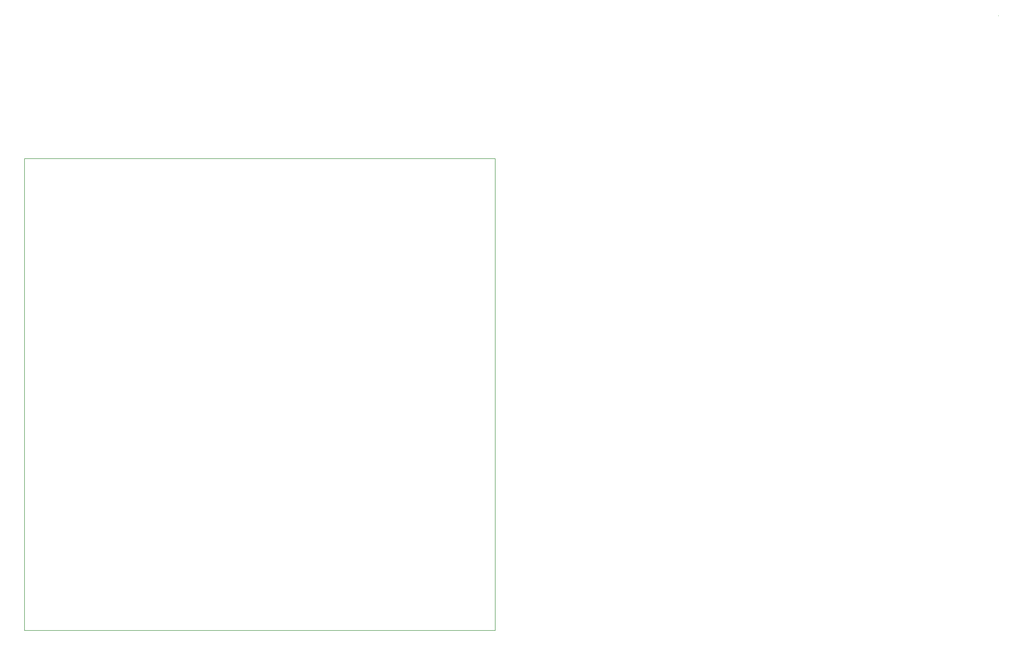
<source format=gbr>
G04 #@! TF.FileFunction,Profile,NP*
%FSLAX46Y46*%
G04 Gerber Fmt 4.6, Leading zero omitted, Abs format (unit mm)*
G04 Created by KiCad (PCBNEW 4.0.6-e0-6349~53~ubuntu16.04.1) date Tue Mar 14 17:04:22 2017*
%MOMM*%
%LPD*%
G01*
G04 APERTURE LIST*
%ADD10C,0.100000*%
%ADD11C,0.150000*%
G04 APERTURE END LIST*
D10*
D11*
X185039000Y-52197000D02*
X25717500Y-52197000D01*
X185039000Y-211772500D02*
X185039000Y-52197000D01*
X25717500Y-211848700D02*
X185039000Y-211848700D01*
X25717500Y-52197000D02*
X25717500Y-211772500D01*
X355346000Y-3746500D02*
X355346000Y-3873500D01*
M02*

</source>
